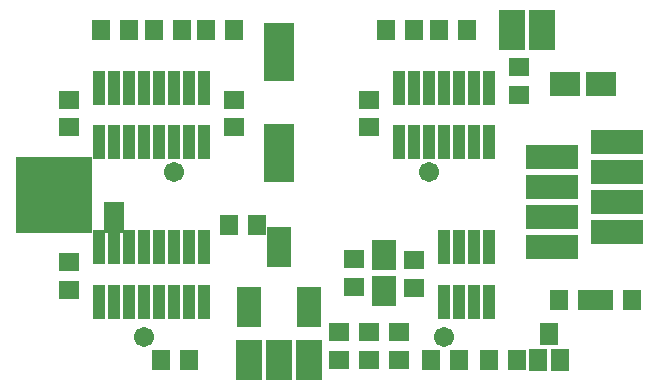
<source format=gbr>
%FSTAX24Y24*%
%MOIN*%
%IN MakeAway.osm MASK1.GBR *%
%ADD10C,0.0672*%
%ADD11R,0.0420X0.1140*%
%ADD12R,0.0594X0.0751*%
%ADD13R,0.0613X0.0712*%
%ADD14R,0.0712X0.0554*%
%ADD15R,0.0712X0.0613*%
%ADD16R,0.0791X0.1381*%
%ADD17R,0.0830X0.0987*%
%ADD18R,0.0909X0.1381*%
%ADD19R,0.0987X0.0830*%
%ADD20R,0.0987X0.1972*%
%ADD21R,0.1775X0.0791*%
%ADD22R,0.2562X0.2562*%
G54D22*X01986Y077514D03*G54D18*X03611Y083014D03*X03511D03*
X02836Y072014D03*X02736D03*X02636D03*G54D10*X02286Y072764D03*
X02386Y078264D03*X03286Y072764D03*X03236Y078264D03*G54D14*
X02186Y077014D03*Y076514D03*G54D11*X02486Y081094D03*X02136D03*
X02186D03*X02236D03*X02286D03*X02336D03*X02386D03*X02436D03*
X02486Y079264D03*X02136D03*X02186D03*X02236D03*X02286D03*X02336D03*
X02386D03*X02436D03*X02486Y075764D03*X02136D03*X02186D03*X02236D03*
X02286D03*X02336D03*X02386D03*X02436D03*X02486Y073934D03*X02136D03*
X02186D03*X02236D03*X02286D03*X02336D03*X02386D03*X02436D03*
X03136Y081094D03*X03186D03*X03236D03*X03286D03*X03336D03*X03386D03*
X03436D03*X03136Y079264D03*X03186D03*X03236D03*X03286D03*X03336D03*
X03386D03*X03436D03*X03286Y075764D03*X03336D03*X03386D03*X03436D03*
X03286Y073934D03*X03336D03*X03386D03*X03436D03*G54D13*X02236Y083014D03*
X021435D03*G54D15*X031854Y075333D03*Y074407D03*X02586Y080689D03*
Y079764D03*X02036Y075264D03*Y074339D03*Y080689D03*Y079764D03*G54D13*
X032685Y083014D03*X03361D03*X02586D03*X024935D03*X02411D03*X023185D03*
X02436Y072014D03*X023435D03*G54D15*X03036D03*Y072939D03*G54D13*
X03336Y072014D03*X032435D03*G54D15*X03136D03*Y072939D03*G54D13*
X035285Y072014D03*X03436D03*X02661Y076514D03*X025685D03*
X03186Y083014D03*X030935D03*G54D15*X03036Y080689D03*Y079764D03*
X02936Y072014D03*Y072939D03*X029854Y074445D03*Y07537D03*
X03536Y080839D03*Y081764D03*G54D20*X02736Y078917D03*Y082264D03*G54D16*
X02836Y073764D03*X02736Y075764D03*X02636Y073764D03*G54D17*
X03086Y075514D03*Y074314D03*G54D19*X03809Y081199D03*X03689D03*G54D21*
X03861Y076264D03*Y077264D03*Y078264D03*Y079264D03*X036445Y075764D03*
Y076764D03*Y077764D03*Y078764D03*G54D12*X036734Y072023D03*X035986D03*
X03636Y072889D03*G54D13*X036685Y074014D03*X03761D03*X03911D03*
X038185D03*
M02*
</source>
